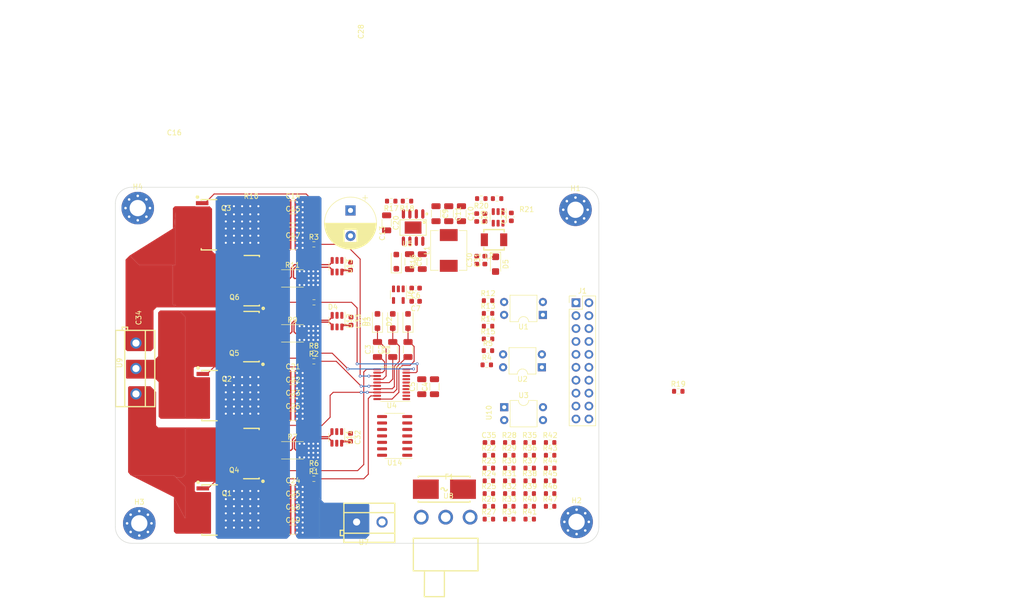
<source format=kicad_pcb>
(kicad_pcb (version 20221018) (generator pcbnew)
  (layers (0 "F.Cu" signal) (31 "B.Cu" signal) (34 "B.Paste" user) (35 "F.Paste" user) (36 "B.SilkS" user "B.Silkscreen") (37 "F.SilkS" user "F.Silkscreen") (38 "B.Mask" user) (39 "F.Mask" user) (44 "Edge.Cuts" user))
  (net 0 "")
  (net 1 "UA")
  (net 2 "Net-(D1-K)")
  (net 3 "UB")
  (net 4 "Net-(D2-K)")
  (net 5 "UC")
  (net 6 "Net-(D3-K)")
  (net 7 "GNDPWR")
  (net 8 "+12V")
  (net 9 "GND")
  (net 10 "+5V")
  (net 11 "+3.3V")
  (net 12 "Net-(U5-VB)")
  (net 13 "/电源/SW1")
  (net 14 "VDC")
  (net 15 "/电源/SW2")
  (net 16 "Net-(U10-BST)")
  (net 17 "/电源/VIN")
  (net 18 "/电源/FUSE")
  (net 19 "/三相桥及驱动/PWM_IN1")
  (net 20 "/接口/UA_OUT")
  (net 21 "/三相桥及驱动/PWM_IN2")
  (net 22 "/接口/UB_OUT")
  (net 23 "/三相桥及驱动/PWM_IN3")
  (net 24 "/接口/UC_OUT")
  (net 25 "/接口/IA_OUT")
  (net 26 "/接口/IB_OUT")
  (net 27 "/接口/IC_OUT")
  (net 28 "Net-(Q1-G)")
  (net 29 "Net-(Q2-G)")
  (net 30 "Net-(Q3-G)")
  (net 31 "Net-(Q4-G)")
  (net 32 "/三相桥及驱动/IA")
  (net 33 "Net-(Q5-G)")
  (net 34 "/三相桥及驱动/IB")
  (net 35 "Net-(Q6-G)")
  (net 36 "/三相桥及驱动/IC")
  (net 37 "/三相桥及驱动/HO1")
  (net 38 "/三相桥及驱动/HO2")
  (net 39 "/三相桥及驱动/HO3")
  (net 40 "Net-(R4-Pad1)")
  (net 41 "/三相桥及驱动/PWM_OUT1")
  (net 42 "/三相桥及驱动/LO1")
  (net 43 "/三相桥及驱动/LO2")
  (net 44 "/三相桥及驱动/LO3")
  (net 45 "Net-(R12-Pad1)")
  (net 46 "/三相桥及驱动/PWM_OUT2")
  (net 47 "Net-(R14-Pad1)")
  (net 48 "/三相桥及驱动/PWM_OUT3")
  (net 49 "/电源/IS")
  (net 50 "/电源/FB1")
  (net 51 "/电源/FB2")
  (net 52 "Net-(U14A-+)")
  (net 53 "Net-(R24-Pad2)")
  (net 54 "Net-(R25-Pad2)")
  (net 55 "Net-(R26-Pad2)")
  (net 56 "Net-(R27-Pad2)")
  (net 57 "Net-(U14C-+)")
  (net 58 "Net-(R29-Pad2)")
  (net 59 "Net-(U14D-+)")
  (net 60 "Net-(R31-Pad2)")
  (net 61 "Net-(U14B-+)")
  (net 62 "Net-(R33-Pad2)")
  (net 63 "Net-(R34-Pad2)")
  (net 64 "Net-(R35-Pad2)")
  (net 65 "/电流电压采样/1.65V REF")
  (footprint "Resistor_SMD:R_0603_1608Metric" (layer "F.Cu") (at 187.11 124)
    (fp_text reference "R38")
    (fp_text value "1k")
  )
  (footprint "Capacitor_SMD:C_0603_1608Metric" (layer "F.Cu") (at 176.7 72.225 -90)
    (fp_text reference "C29")
    (fp_text value "0.1u")
  )
  (footprint "Resistor_SMD:R_0603_1608Metric" (layer "F.Cu") (at 191.12 121.49)
    (fp_text reference "R44")
    (fp_text value "1k")
  )
  (footprint "Resistor_SMD:R_0603_1608Metric" (layer "F.Cu") (at 163 69 180)
    (fp_text reference "R18")
    (fp_text value "1k")
  )
  (footprint "Resistor_SMD:R_0603_1608Metric" (layer "F.Cu") (at 178.925 91.08)
    (fp_text reference "R13")
    (fp_text value "1k")
  )
  (footprint "Resistor_SMD:R_0603_1608Metric" (layer "F.Cu") (at 187.11 129.02)
    (fp_text reference "R40")
    (fp_text value "1k")
  )
  (footprint "Capacitor_SMD:C_1206_3216Metric" (layer "F.Cu") (at 163.2 98.175 90)
    (fp_text reference "C1")
    (fp_text value "1uF 50V")
  )
  (footprint "Package_DIP:DIP-4_W7.62mm" (layer "F.Cu") (at 189.5 101.675 180)
    (fp_text reference "U2")
    (fp_text value "PC817")
  )
  (footprint "Resistor_SMD:R_0603_1608Metric" (layer "F.Cu") (at 187.11 131.53)
    (fp_text reference "R41")
    (fp_text value "1k")
  )
  (footprint "Package_TO_SOT_SMD:PG-HSOF-8-1_L10.4-W9.9-P1.2-LS11.7-TL" (layer "F.Cu") (at 126.375 73.6)
    (fp_text reference "Q3")
    (fp_text value "NCEP023N10LL")
  )
  (footprint "Diode_SMD:D_SOD-123F" (layer "F.Cu") (at 163.2 92.575 90)
    (fp_text reference "D1")
    (fp_text value "FR107")
  )
  (footprint "Resistor_SMD:R_0603_1608Metric" (layer "F.Cu") (at 178.925 93.59)
    (fp_text reference "R14")
    (fp_text value "1k")
  )
  (footprint "Resistor_SMD:R_0603_1608Metric" (layer "F.Cu") (at 159.9 69 180)
    (fp_text reference "R17")
    (fp_text value "3k")
  )
  (footprint "MountingHole:MountingHole_3.2mm_M3_Pad_Via" (layer "F.Cu") (at 196.102944 70.702944)
    (fp_text reference "H1")
    (fp_text value "MountingHole_Pad")
  )
  (footprint "Diode_SMD:D_SOD-123F" (layer "F.Cu") (at 160.9 80.9 90)
    (fp_text reference "D4")
    (fp_text value "FR107")
  )
  (footprint "Resistor_SMD:R_0603_1608Metric" (layer "F.Cu") (at 179.09 129.02)
    (fp_text reference "R26")
    (fp_text value "3k")
  )
  (footprint "Package_DIP:DIP-4_W7.62mm" (layer "F.Cu") (at 189.7 91.375 180)
    (fp_text reference "U1")
    (fp_text value "PC817")
  )
  (footprint "Package_TO_SOT_SMD:SOT-23-6" (layer "F.Cu") (at 149.25 81.8 -90)
    (fp_text reference "U13")
    (fp_text value "INA181")
  )
  (footprint "Resistor_SMD:R_0603_1608Metric" (layer "F.Cu") (at 144.7 100.5)
    (fp_text reference "R2")
    (fp_text value "10")
  )
  (footprint "Resistor_SMD:R_0603_1608Metric" (layer "F.Cu") (at 144.7 98.9)
    (fp_text reference "R8")
    (fp_text value "10")
  )
  (footprint "Resistor_SMD:R_0603_1608Metric" (layer "F.Cu") (at 187.11 116.47)
    (fp_text reference "R35")
    (fp_text value "3k")
  )
  (footprint "Capacitor_SMD:C_0603_1608Metric" (layer "F.Cu") (at 151.9 115.4625 -90)
    (fp_text reference "C32")
    (fp_text value "0.1u")
  )
  (footprint "Resistor_SMD:R_0603_1608Metric" (layer "F.Cu") (at 179.09 126.51)
    (fp_text reference "R25")
    (fp_text value "3k")
  )
  (footprint "Resistor_SMD:R_0603_1608Metric" (layer "F.Cu") (at 187.11 118.98)
    (fp_text reference "R36")
    (fp_text value "1k")
  )
  (footprint "Resistor_SMD:R_2512_6332Metric" (layer "F.Cu") (at 140.5 84.2)
    (fp_text reference "R11")
    (fp_text value "0.01")
  )
  (footprint "Package_TO_SOT_SMD:PG-HSOF-8-1_L10.4-W9.9-P1.2-LS11.7-TL" (layer "F.Cu") (at 130.15 118.6885 180)
    (fp_text reference "Q4")
    (fp_text value "NCEP023N10LL")
  )
  (footprint "Resistor_SMD:R_0603_1608Metric" (layer "F.Cu") (at 178.925 96.1)
    (fp_text reference "R15")
    (fp_text value "1k")
  )
  (footprint "Capacitor_SMD:C_0603_1608Metric" (layer "F.Cu") (at 164.7 88.7 180)
    (fp_text reference "C7")
    (fp_text value "1u")
  )
  (footprint "Package_TO_SOT_SMD:SOT-23-6" (layer "F.Cu") (at 149.25 92.6 -90)
    (fp_text reference "U12")
    (fp_text value "INA181")
  )
  (footprint "Capacitor_SMD:C_0603_1608Metric" (layer "F.Cu") (at 152 92.6 -90)
    (fp_text reference "C33")
    (fp_text value "0.1u")
  )
  (footprint "Capacitor_SMD:C_1206_3216Metric" (layer "F.Cu") (at 140.6 75)
    (fp_text reference "C16")
    (fp_text value "C")
  )
  (footprint "Capacitor_SMD:C_1206_3216Metric" (layer "F.Cu") (at 160.2 98.175 90)
    (fp_text reference "C2")
    (fp_text value "1uF 50V")
  )
  (footprint "Connector_PinHeader_2.54mm:PinHeader_2x10_P2.54mm_Vertical" (layer "F.Cu") (at 196.2 88.98)
    (fp_text reference "J1")
    (fp_text value "Conn_02x10_Odd_Even")
  )
  (footprint "Resistor_SMD:R_0603_1608Metric" (layer "F.Cu") (at 144.725 88.9)
    (fp_text reference "R10")
    (fp_text value "10")
  )
  (footprint "Resistor_SMD:R_0603_1608Metric" (layer "F.Cu") (at 177.6 68.5 180)
    (fp_text reference "R20")
    (fp_text value "150k")
  )
  (footprint "Capacitor_SMD:C_1206_3216Metric" (layer "F.Cu") (at 140.6 111.2)
    (fp_text reference "C26")
    (fp_text value "C")
  )
  (footprint "MountingHole:MountingHole_3.2mm_M3_Pad_Via" (layer "F.Cu") (at 110.1 70.37)
    (fp_text reference "H4")
    (fp_text value "MountingHole_Pad")
  )
  (footprint "Capacitor_SMD:C_1206_3216Metric" (layer "F.Cu") (at 140.6 72.4)
    (fp_text reference "C15")
    (fp_text value "C")
  )
  (footprint "Resistor_SMD:R_0603_1608Metric" (layer "F.Cu") (at 178.9 98.4)
    (fp_text reference "R5")
    (fp_text value "1k")
  )
  (footprint "Package_TO_SOT_SMD:SOT-23-6" (layer "F.Cu") (at 180.9 72.2 -90)
    (fp_text reference "U10")
    (fp_text value "~")
  )
  (footprint "Capacitor_SMD:C_1206_3216Metric" (layer "F.Cu") (at 163.5 80.9 -90)
    (fp_text reference "C8")
    (fp_text value "0.1uF 100V")
  )
  (footprint "Capacitor_SMD:C_0603_1608Metric" (layer "F.Cu") (at 179.09 116.47)
    (fp_text reference "C35")
    (fp_text value "0.1u")
  )
  (footprint "Capacitor_SMD:C_1206_3216Metric" (layer "F.Cu") (at 140.6 106)
    (fp_text reference "C22")
    (fp_text value "C")
  )
  (footprint "Capacitor_SMD:C_1206_3216Metric" (layer "F.Cu") (at 159 73.275 -90)
    (fp_text reference "C20")
    (fp_text value "C")
  )
  (footprint "Connector:CONN-TH_P5.00_KF301-5.0-2P" (layer "F.Cu") (at 155.6 132.1 180)
    (fp_text reference "U7")
    (fp_text value "KF301-5.0-2P")
  )
  (footprint "Capacitor_SMD:C_0603_1608Metric" (layer "F.Cu") (at 164.7 86.1 180)
    (fp_text reference "C6")
    (fp_text value "1u")
  )
  (footprint "Resistor_SMD:R_0603_1608Metric" (layer "F.Cu") (at 183.1 116.47)
    (fp_text reference "R28")
    (fp_text value "1k")
  )
  (footprint "Capacitor_SMD:C_0603_1608Metric" (layer "F.Cu") (at 151.9 81.8 -90)
    (fp_text reference "C34")
    (fp_text value "0.1u")
  )
  (footprint "Resistor_SMD:R_0603_1608Metric" (layer "F.Cu") (at 179.09 118.98)
    (fp_text reference "R22")
    (fp_text value "10k")
  )
  (footprint "Resistor_SMD:R_0603_1608Metric" (layer "F.Cu") (at 191.12 124)
    (fp_text reference "R45")
    (fp_text value "1k")
  )
  (footprint "Resistor_SMD:R_0603_1608Metric" (layer "F.Cu") (at 183.1 121.49)
    (fp_text reference "R30")
    (fp_text value "1k")
  )
  (footprint "Resistor_SMD:R_0603_1608Metric" (layer "F.Cu") (at 183.1 118.98)
    (fp_text reference "R29")
    (fp_text value "3k")
  )
  (footprint "Capacitor_SMD:C_1206_3216Metric" (layer "F.Cu") (at 140.6 77.6)
    (fp_text reference "C17")
    (fp_text value "C")
  )
  (footprint "Package_SO:SOIC-14_3.9x8.7mm_P1.27mm" (layer "F.Cu") (at 160.575 115.17 180)
    (fp_text reference "U14")
    (fp_text value "LM324")
  )
  (footprint "Diode_SMD:D_SOD-123F" (layer "F.Cu") (at 157.2 92.575 90)
    (fp_text reference "D3")
    (fp_text value "FR107")
  )
  (footprint "Package_TO_SOT_SMD:PG-HSOF-8-1_L10.4-W9.9-P1.2-LS11.7-TL" (layer "F.Cu") (at 130.2 84.6885 180)
    (fp_text reference "Q6")
    (fp_text value "NCEP023N10LL")
  )
  (footprint "Capacitor_SMD:C_1206_3216Metric" (layer "F.Cu") (at 140.6 103.4)
    (fp_text reference "C21")
    (fp_text value "22u 100V *6")
  )
  (footprint "Resistor_SMD:R_0603_1608Metric" (layer "F.Cu") (at 144.7 77.5)
    (fp_text reference "R3")
    (fp_text value "10")
  )
  (footprint "Inductor_SMD:L_Chilisin_BMRB00060650" (layer "F.Cu") (at 171.2 78.7 90)
    (fp_text reference "L1")
    (fp_text value "100u")
  )
  (footprint "Resistor_SMD:R_0603_1608Metric" (layer "F.Cu") (at 183.1 131.53)
    (fp_text reference "R34")
    (fp_text value "3k")
  )
  (footprint "Resistor_SMD:R_0603_1608Metric" (layer "F.Cu") (at 144.725 122)
    (fp_text reference "R6")
    (fp_text value "10")
  )
  (footprint "Inductor_SMD:IND-SMD_L4.0-W4.0_0.47UH04209.5A" (layer "F.Cu") (at 180.1 76.6 180)
    (fp_text reference "L2")
    (fp_text value "100u")
  )
  (footprint "Resistor_SMD:R_0603_1608Metric" (layer "F.Cu") (at 191.12 126.51)
    (fp_text reference "R46")
    (fp_text value "1k")
  )
  (footprint "Resistor_SMD:R_1206_3216Metric" (layer "F.Cu") (at 166 80.9 90)
    (fp_text reference "R16")
    (fp_text value "0.15")
  )
  (footprint "Resistor_SMD:R_0603_1608Metric" (layer "F.Cu") (at 183.1 129.02)
    (fp_text reference "R33")
    (fp_text value "3k")
  )
  (footprint "Capacitor_SMD:C_1206_3216Metric" (layer "F.Cu") (at 140.6 131)
    (fp_text reference "C18")
    (fp_text value "C")
  )
  (footprint "Capacitor_SMD:C_1206_3216Metric" (layer "F.Cu") (at 168.4 105.5 90)
    (fp_text reference "C4")
    (fp_text value "0.1u")
  )
  (footprint "Capacitor_SMD:C_0603_1608Metric" (layer "F.Cu") (at 176.7 80.6 90)
    (fp_text reference "C30")
    (fp_text value "22u")
  )
  (footprint "Resistor_SMD:R_0603_1608Metric" (layer "F.Cu") (at 191.12 116.47)
    (fp_text reference "R42")
    (fp_text value "1k")
  )
  (footprint "Package_TO_SOT_SMD:SOT-23-6" (layer "F.Cu") (at 149.2 115.4625 -90)
    (fp_text reference "U11")
    (fp_text value "INA181")
  )
  (footprint "Capacitor_SMD:C_1206_3216Metric" (layer "F.Cu") (at 140.6 125.8)
    (fp_text reference "C24")
    (fp_text value "C")
  )
  (footprint "Resistor_SMD:R_0603_1608Metric" (layer "F.Cu") (at 183.1 126.51)
    (fp_text reference "R32")
    (fp_text value "1k")
  )
  (footprint "Package_SO:TSSOP-20_4.4x6.5mm_P0.65mm" (layer "F.Cu") (at 160 105 180)
    (fp_text reference "U4")
    (fp_text value "EG2133")
  )
  (footprint "MountingHole:MountingHole_3.2mm_M3_Pad_Via" (layer "F.Cu") (at 196.322944 132.072944)
    (fp_text reference "H2")
    (fp_text value "MountingHole_Pad")
  )
  (footprint "Capacitor_SMD:C_1206_3216Metric" (layer "F.Cu") (at 140.6 128.4)
    (fp_text reference "C25")
    (fp_text value "C")
  )
  (footprint "Capacitor_SMD:C_1206_3216Metric" (layer "F.Cu") (at 168.7 71.475 -90)
    (fp_text reference "C9")
    (fp_text value "22u")
  )
  (footprint "Resistor_SMD:R_0603_1608Metric" (layer "F.Cu") (at 180.7 68.5 180)
    (fp_text reference "R21")
    (fp_text value "20.5k")
  )
  (footprint "Capacitor_SMD:C_1206_3216Metric" (layer "F.Cu") (at 140.6 108.6)
    (fp_text reference "C23")
    (fp_text value "C")
  )
  (footprint "Resistor_SMD:R_2512_6332Metric" (layer "F.Cu") (at 140.5 95)
    (fp_text reference "R9")
    (fp_text value "0.01")
  )
  (footprint "Capacitor_SMD:C_0603_1608Metric" (layer "F.Cu") (at 183.5 72.1 90)
    (fp_text reference "C27")
    (fp_text value "0.1u")
  )
  (footprint "Resistor_SMD:R_0603_1608Metric" (layer "F.Cu") (at 191.12 129.02)
    (fp_text reference "R47")
    (fp_text value "1k")
  )
  (footprint "Fuse:FUSE-SMD_L9.7-W5.0" (layer "F.Cu") (at 170.3 125.651)
    (fp_text reference "F1")
    (fp_text value "Fuse")
  )
  (footprint "Package_TO_SOT_SMD:PG-HSOF-8-1_L10.4-W9.9-P1.2-LS11.7-TL" (layer "F.Cu") (at 126.5 107.1885)
    (fp_text reference "Q2")
    (fp_text value "NCEP023N10LL")
  )
  (footprint "Capacitor_THT:CP_Radial_D10.0mm_P5.00mm" (layer "F.Cu") (at 151.9 70.832323 -90)
    (fp_text reference "C13")
    (fp_text value "47u 100V")
  )
  (footprint "Diode_SMD:D_SMF" (layer "F.Cu") (at 180.4 81.4 -90)
    (fp_text reference "D5")
    (fp_text value "SMF5V0A")
  )
  (footprint "Capacitor_SMD:C_0603_1608Metric" (layer "F.Cu") (at 178.3 72.225 -90)
    (fp_text reference "C28")
    (fp_text value "22u")
  )
  (footprint "Connector:CONN-TH_3P-P5.00_KF301-5.0-3P" (layer "F.Cu") (at 109.75 101.914 90)
    (fp_text reference "U9")
    (fp_text value "KF301-5.0-3P")
  )
  (footprint "Resistor_SMD:R_0603_1608Metric" (layer "F.Cu") (at 216.3 106.4)
    (fp_text reference "R19")
    (fp_text value "0")
  )
  (footprint "Package_TO_SOT_SMD:SOT-23-5" (layer "F.Cu") (at 161.3 87.4 -90)
    (fp_text reference "U6")
    (fp_text value "LP5907MFX-3.3")
  )
  (footprint "Resistor_SMD:R_0603_1608Metric" (layer "F.Cu") (at 144.7 123.6)
    (fp_text reference "R1")
    (fp_text value "10")
  )
  (footprint "Capacitor_SMD:C_1206_3216Metric" (layer "F.Cu") (at 171.2 71.475 -90)
    (fp_text reference "C11")
    (fp_text value "22u")
  )
  (footprint "Package_TO_SOT_SMD:PG-HSOF-8-1_L10.4-W9.9-P1.2-LS11.7-TL" (layer "F.Cu") (at 126.5 129.6885)
    (fp_text reference "Q1")
    (fp_text value "NCEP023N10LL")
  )
  (footprint "Resistor_SMD:R_0603_1608Metric" (layer "F.Cu") (at 179.09 124)
    (fp_text reference "R24")
    (fp_text value "3k")
  )
  (footprint "MountingHole:MountingHole_3.2mm_M3_Pad_Via" (layer "F.Cu") (at 110.4 132.36)
    (fp_text reference "H3")
    (fp_text value "MountingHole_Pad")
  )
  (footprint "Capacitor_SMD:C_1206_3216Metric" (layer "F.Cu") (at 140.6 69.85)
    (fp_text reference "C14")
    (fp_text value "22u 100V *6")
  )
  (footprint "Capacitor_SMD:C_1206_3216Metric" (layer "F.Cu") (at 165.9 105.5 90)
    (fp_text reference "C5")
    (fp_text value "22u")
  )
  (footprint "Resistor_SMD:R_0603_1608Metric" (layer "F.Cu") (at 191.12 118.98)
    (fp_text reference "R43")
    (fp_text value "1k")
  )
  (footprint "Resistor_SMD:R_2512_6332Metric" (layer "F.Cu") (at 140.5 118)
    (fp_text reference "R7")
    (fp_text value "0.01")
  )
  (footprint "Resistor_SMD:R_0603_1608Metric" (layer "F.Cu") (at 178.925 88.57)
    (fp_text reference "R12")
    (fp_text value "1k")
  )
  (footprint "Package_TO_SOT_SMD:PG-HSOF-8-1_L10.4-W9.9-P1.2-LS11.7-TL" (layer "F.Cu") (at 130.15 95.6885 180)
    (fp_text reference "Q5")
    (fp_text value "NCEP023N10LL")
  )
  (footprint "Package_DIP:DIP-4_W7.62mm" (layer "F.Cu") (at 182.1 109.525)
    (fp_text reference "U3")
    (fp_text value "PC817")
  )
  (footprint "Package_SO:ESOP-8_L4.9-W3.9-P1.27-LS6.0-BL-EP-1" (layer "F.Cu") (at 164.2 74.2 180)
    (fp_text reference "U5")
    (fp_text value "EG1198")
  )
  (footprint "Resistor_SMD:R_0603_1608Metric" (layer "F.Cu") (at 187.11 126.51)
    (fp_text reference "R39")
    (fp_text value "1k")
  )
  (footprint "Capacitor_SMD:C_1206_3216Metric" (layer "F.Cu") (at 140.6 133.6)
    (fp_text reference "C19")
    (fp_text value "C")
  )
  (footprint "Resistor_SMD:R_0603_1608Metric" (layer "F.Cu") (at 187.11 121.49)
    (fp_text reference "R37")
    (fp_text value "1k")
  )
  (footprint "Capacitor_SMD:C_0603_1608Metric" (layer "F.Cu") (at 178.3 80.6 90)
    (fp_text reference "C31")
    (fp_text value "0.1u")
  )
  (footprint "Resistor_SMD:R_0603_1608Metric" (layer "F.Cu") (at 179.09 131.53)
    (fp_text reference "R27")
    (fp_text value "3k")
  )
  (footprint "Button_Switch_THT:SW-TH_3P-SS12D06-1" (layer "F.Cu") (at 170.6 131.151)
    (fp_text reference "U8")
    (fp_text value "SS12D06弯针")
  )
  (footprint "Resistor_SMD:R_0603_1608Metric" (layer "F.Cu") (at 178.675 101.2)
    (fp_text reference "R4")
    (fp_text value "1k")
  )
  (footprint "Resistor_SMD:R_0603_1608Metric" (layer "F.Cu") (at 179.09 121.49)
    (fp_text reference "R23")
    (fp_text value "10k")
  )
  (footprint "Capacitor_SMD:C_1206_3216Metric" (layer "F.Cu") (at 157.2 98.175 90)
    (fp_text reference "C3")
    (fp_text value "1uF 50V")
  )
  (footprint "Resistor_SMD:R_0603_1608Metric" (layer "F.Cu") (at 183.1 124)
    (fp_text reference "R31")
    (fp_text value "3k")
  )
  (footprint "Diode_SMD:D_SOD-123F" (layer "F.Cu") (at 160.2 92.575 90)
    (fp_text reference "D2")
    (fp_text value "FR107")
  )
  (footprint "Capacitor_SMD:C_1206_3216Metric" (layer "F.Cu") (at 173.7 71.475 -90)
    (fp_text reference "C10")
    (fp_text value "22u")
  )
  (gr_arc (start 200.7 133.08) (mid 199.762742 135.342742) (end 197.5 136.28) (stroke (width 0.1)) (layer "Edge.Cuts"))
  (gr_line (start 108.9 66.28) (end 197.5 66.28) (stroke (width 0.1)) (layer "Edge.Cuts"))
  (gr_line (start 197.5 136.28) (end 108.9 136.28) (stroke (width 0.1)) (layer "Edge.Cuts"))
  (gr_arc (start 197.5 66.28) (mid 199.762742 67.217258) (end 200.7 69.48) (stroke (width 0.1)) (layer "Edge.Cuts"))
  (gr_arc (start 108.9 136.28) (mid 106.637258 135.342742) (end 105.7 133.08) (stroke (width 0.1)) (layer "Edge.Cuts"))
  (gr_arc (start 105.7 69.48) (mid 106.637258 67.217258) (end 108.9 66.28) (stroke (width 0.1)) (layer "Edge.Cuts"))
  (gr_line (start 105.7 133.08) (end 105.7 69.48) (stroke (width 0.1)) (layer "Edge.Cuts"))
  (gr_line (start 200.7 69.48) (end 200.7 133.08) (stroke (width 0.1)) (layer "Edge.Cuts"))
  (segment (start 162.95 99.65) (end 161 101.6) (width 0.2) (layer "F.Cu") (net 1))
  (segment (start 163.2 99.65) (end 162.95 99.65) (width 0.2) (layer "F.Cu") (net 1))
  (segment (start 147.9 107.2) (end 148.5 106.6) (width 0.2) (layer "F.Cu") (net 1))
  (segment (start 161 106) (end 160.375 106.625) (width 0.2) (layer "F.Cu") (net 1))
  (segment (start 155.2 106.6) (end 157.1125 106.6) (width 0.2) (layer "F.Cu") (net 1))
  (segment (start 157.1125 106.6) (end 157.1375 106.625) (width 0.2) (layer "F.Cu") (net 1))
  (segment (start 146.3 113.1) (end 147.9 111.5) (width 0.2) (layer "F.Cu") (net 1))
  (segment (start 160.375 106.625) (end 157.1375 106.625) (width 0.2) (layer "F.Cu") (net 1))
  (segment (start 161 101.6) (end 161 106) (width 0.2) (layer "F.Cu") (net 1))
  (segment (start 148.5 106.6) (end 154 106.6) (width 0.2) (layer "F.Cu") (net 1))
  (segment (start 126.15 118.6885) (end 131.7385 113.1) (width 0.2) (layer "F.Cu") (net 1))
  (segment (start 147.9 111.5) (end 147.9 107.2) (width 0.2) (layer "F.Cu") (net 1))
  (segment (start 131.7385 113.1) (end 146.3 113.1) (width 0.2) (layer "F.Cu") (net 1))
  (via (at 154 106.6) (size 0.55) (drill 0.3) (layers "F.Cu" "B.Cu") (net 1))
  (via (at 155.2 106.6) (size 0.55) (drill 0.3) (layers "F.Cu" "B.Cu") (net 1))
  (segment (start 154 106.6) (end 155.2 106.6) (width 0.2) (layer "B.Cu") (net 1))
  (segment (start 164.4 100.5) (end 163.6 101.3) (width 0.2) (layer "F.Cu") (net 2))
  (segment (start 163.2 96.7) (end 163.5 96.7) (width 0.2) (layer "F.Cu") (net 2))
  (segment (start 161.4 106.6) (end 160.075 107.925) (width 0.2) (layer "F.Cu") (net 2))
  (segment (start 162.1 101.3) (end 161.4 102) (width 0.2) (layer "F.Cu") (net 2))
  (segment (start 161.4 102) (end 161.4 106.6) (width 0.2) (layer "F.Cu") (net 2))
  (segment (start 163.6 101.3) (end 162.1 101.3) (width 0.2) (layer "F.Cu") (net 2))
  (segment (start 160.075 107.925) (end 157.1375 107.925) (width 0.2) (layer "F.Cu") (net 2))
  (segment (start 164.4 97.6) (end 164.4 100.5) (width 0.2) (layer "F.Cu") (net 2))
  (segment (start 163.2 93.975) (end 163.2 96.7) (width 0.2) (layer "F.Cu") (net 2))
  (segment (start 163.5 96.7) (end 164.4 97.6) (width 0.2) (layer "F.Cu") (net 2))
  (segment (start 159.5 104.7) (end 157.1625 104.7) (width 0.2) (layer "F.Cu") (net 3))
  (segment (start 157.1625 104.7) (end 157.1375 104.675) (width 0.2) (layer "F.Cu") (net 3))
  (segment (start 160.2 104) (end 159.5 104.7) (width 0.2) (layer "F.Cu") (net 3))
  (segment (start 160.2 99.65) (end 160.2 104) (width 0.2) (layer "F.Cu") (net 3))
  (segment (start 161.5 100.5) (end 160.52 101.48) (width 0.2) (layer "F.Cu") (net 4))
  (segment (start 160.2 96.7) (end 160.7 96.7) (width 0.2) (layer "F.Cu") (net 4))
  (segment (start 157.2125 105.9) (end 157.1375 105.975) (width 0.2) (layer "F.Cu") (net 4))
  (segment (start 160.7 96.7) (end 161.5 97.5) (width 0.2) (layer "F.Cu") (net 4))
  (segment (start 161.5 97.5) (end 161.5 100.5) (width 0.2) (layer "F.Cu") (net 4))
  (segment (start 160.52 101.48) (end 160.52 105.48) (width 0.2) (layer "F.Cu") (net 4))
  (segment (start 160.52 105.48) (end 160.1 105.9) (width 0.2) (layer "F.Cu") (net 4))
  (segment (start 160.1 105.9) (end 157.2125 105.9) (width 0.2) (layer "F.Cu") (net 4))
  (segment (start 160.2 93.975) (end 160.2 96.7) (width 0.2) (layer "F.Cu") (net 4))
  (segment (start 158.58 102.32) (end 158.175 102.725) (width 0.2) (layer "F.Cu") (net 5))
  (segment (start 158.58 100.58) (end 158.58 102.32) (width 0.2) (layer "F.Cu") (net 5))
  (segment (start 158.175 102.725) (end 157.1375 102.725) (width 0.2) (layer "F.Cu") (net 5))
  (segment (start 157.65 99.65) (end 158.58 100.58) (width 0.2) (layer "F.Cu") (net 5))
  (segment (start 157.2 99.65) (end 157.65 99.65) (width 0.2) (layer "F.Cu") (net 5))
  (segment (start 157.6 96.7) (end 158.9 98) (width 0.2) (layer "F.Cu") (net 6))
  (segment (start 158.9 98) (end 158.9 103.4) (width 0.2) (layer "F.Cu") (net 6))
  (segment (start 158.275 104.025) (end 157.1375 104.025) (width 0.2) (layer "F.Cu") (net 6))
  (segment (start 157.2 93.975) (end 157.2 96.7) (width 0.2) (layer "F.Cu") (net 6))
  (segment (start 158.9 103.4) (end 158.275 104.025) (width 0.2) (layer "F.Cu") (net 6))
  (segment (start 157.2 96.7) (end 157.6 96.7) (width 0.2) (layer "F.Cu") (net 6))
  (segment (start 148.3 82.5) (end 147.8 82) (width 0.25) (layer "F.Cu") (net 7))
  (segment (start 141.1 95) (end 143.4625 95) (width 0.25) (layer "F.Cu") (net 7))
  (segment (start 141.1 92.8) (end 140.8 93.1) (width 0.25) (layer "F.Cu") (net 7))
  (segment (start 140.9 117.7) (end 141.2 118) (width 0.25) (layer "F.Cu") (net 7))
  (segment (start 147.8 82) (end 141.1 82) (width 0.25) (layer "F.Cu") (net 7))
  (segment (start 141.1 82) (end 140.7 82.4) (width 0.25) (layer "F.Cu") (net 7))
  (segment (start 148.3 82.6) (end 148.3 82.5) (width 0.25) (layer "F.Cu") (net 7))
  (segment (start 148.3 93.6) (end 148.3 93.4) (width 0.25) (layer "F.Cu") (net 7))
  (segment (start 140.9 84.2) (end 143.4625 84.2) (width 0.25) (layer "F.Cu") (net 7))
  (segment (start 147.7 92.8) (end 141.1 92.8) (width 0.25) (layer "F.Cu") (net 7))
  (segment (start 147.7 115.7) (end 141.4 115.7) (width 0.25) (layer "F.Cu") (net 7))
  (segment (start 141.4 115.7) (end 140.9 116.2) (width 0.25) (layer "F.Cu") (net 7))
  (segment (start 140.8 94.7) (end 141.1 95) (width 0.25) (layer "F.Cu") (net 7))
  (segment (start 141.2 118) (end 143.4625 118) (width 0.25) (layer "F.Cu") (net 7))
  (segment (start 148.25 116.25) (end 147.7 115.7) (width 0.25) (layer "F.Cu") (net 7))
  (segment (start 148.25 116.6) (end 148.25 116.25) (width 0.25) (layer "F.Cu") (net 7))
  (segment (start 140.8 93.1) (end 140.8 94.7) (width 0.25) (layer "F.Cu") (net 7))
  (segment (start 140.7 82.4) (end 140.7 84) (width 0.25) (layer "F.Cu") (net 7))
  (segment (start 148.3 93.4) (end 147.7 92.8) (width 0.25) (layer "F.Cu") (net 7))
  (segment (start 140.7 84) (end 140.9 84.2) (width 0.25) (layer "F.Cu") (net 7))
  (segment (start 140.9 116.2) (end 140.9 117.7) (width 0.25) (layer "F.Cu") (net 7))
  (via (at 142.5 125.2) (size 0.8) (drill 0.4) (layers "F.Cu" "B.Cu") (net 7))
  (via (at 142.5 111.8) (size 0.8) (drill 0.4) (layers "F.Cu" "B.Cu") (net 7))
  (via (at 144.6 116.7) (size 0.8) (drill 0.4) (layers "F.Cu" "B.Cu") (net 7))
  (via (at 141.4 128.2) (size 0.8) (drill 0.4) (layers "F.Cu" "B.Cu") (net 7))
  (via (at 143.7 116.7) (size 0.8) (drill 0.4) (layers "F.Cu" "B.Cu") (net 7))
  (via (at 141.4 105.8) (size 0.8) (drill 0.4) (layers "F.Cu" "B.Cu") (net 7))
  (via (at 141.4 109.8) (size 0.8) (drill 0.4) (layers "F.Cu" "B.Cu") (net 7))
  (via (at 142.8 85.5) (size 0.8) (drill 0.4) (layers "F.Cu" "B.Cu") (net 7))
  (via (at 141.4 108.8) (size 0.8) (drill 0.4) (layers "F.Cu" "B.Cu") (net 7))
  (via (at 141.4 69.2) (size 0.8) (drill 0.4) (layers "F.Cu" "B.Cu") (net 7))
  (via (at 142.8 96.3) (size 0.8) (drill 0.4) (layers "F.Cu" "B.Cu") (net 7))
  (via (at 143.7 84.6) (size 0.8) (drill 0.4) (layers "F.Cu" "B.Cu") (net 7))
  (via (at 142.5 75.2) (size 0.8) (drill 0.4) (layers "F.Cu" "B.Cu") (net 7))
  (via (at 142.5 108.8) (size 0.8) (drill 0.4) (layers "F.Cu" "B.Cu") (net 7))
  (via (at 142.5 77.2) (size 0.8) (drill 0.4) (layers "F.Cu" "B.Cu") (net 7))
  (via (at 141.4 78.2) (size 0.8) (drill 0.4) (layers "F.Cu" "B.Cu") (net 7))
  (via (at 142.5 128.2) (size 0.8) (drill 0.4) (layers "F.Cu" "B.Cu") (net 7))
  (via (at 144.6 119.4) (size 0.8) (drill 0.4) (layers "F.Cu" "B.Cu") (net 7))
  (via (at 144.6 118.5) (size 0.8) (drill 0.4) (layers "F.Cu" "B.Cu") (net 7))
  (via (at 143.7 119.4) (size 0.8) (drill 0.4) (layers "F.Cu" "B.Cu") (net 7))
  (via (at 142.5 74.2) (size 0.8) (drill 0.4) (layers "F.Cu" "B.Cu") (net 7))
  (via (at 142.5 109.8) (size 0.8) (drill 0.4) (layers "F.Cu" "B.Cu") (net 7))
  (via (at 142.5 76.2) (size 0.8) (drill 0.4) (layers "F.Cu" "B.Cu") (net 7))
  (via (at 141.4 107.8) (size 0.8) (drill 0.4) (layers "F.Cu" "B.Cu") (net 7))
  (via (at 142.5 131.2) (size 0.8) (drill 0.4) (layers "F.Cu" "B.Cu") (net 7))
  (via (at 141.4 130.2) (size 0.8) (drill 0.4) (layers "F.Cu" "B.Cu") (net 7))
  (via (at 145.5 93.6) (size 0.8) (drill 0.4) (layers "F.Cu" "B.Cu") (net 7))
  (via (at 144.6 83.7) (size 0.8) (drill 0.4) (layers "F.Cu" "B.Cu") (net 7))
  (via (at 144.6 95.4) (size 0.8) (drill 0.4) (layers "F.Cu" "B.Cu") (net 7))
  (via (at 141.4 72.2) (size 0.8) (drill 0.4) (layers "F.Cu" "B.Cu") (net 7))
  (via (at 141.4 103.8) (size 0.8) (drill 0.4) (layers "F.Cu" "B.Cu") (net 7))
  (via (at 145.5 118.5) (size 0.8) (drill 0.4) (layers "F.Cu" "B.Cu") (net 7))
  (via (at 141.4 133.2) (size 0.8) (drill 0.4) (layers "F.Cu" "B.Cu") (net 7))
  (via (at 145.5 84.6) (size 0.8) (drill 0.4) (layers "F.Cu" "B.Cu") (net 7))
  (via (at 145.5 119.4) (size 0.8) (drill 0.4) (layers "F.Cu" "B.Cu") (net 7))
  (via (at 144.6 85.5) (size 0.8) (drill 0.4) (layers "F.Cu" "B.Cu") (net 7))
  (via (at 144.6 94.5) (size 0.8) (drill 0.4) (layers "F.Cu" "B.Cu") (net 7))
  (via (at 142.5 69.2) (size 0.8) (drill 0.4) (layers "F.Cu" "B.Cu") (net 7))
  (via (at 141.4 73.2) (size 0.8) (drill 0.4) (layers "F.Cu" "B.Cu") (net 7))
  (via (at 143.7 94.5) (size 0.8) (drill 0.4) (layers "F.Cu" "B.Cu") (net 7))
  (via (at 141.4 75.2) (size 0.8) (drill 0.4) (layers "F.Cu" "B.Cu") (net 7))
  (via (at 142.8 119.4) (size 0.8) (drill 0.4) (layers "F.Cu" "B.Cu") (net 7))
  (via (at 142.8 82.8) (size 0.8) (drill 0.4) (layers "F.Cu" "B.Cu") (net 7))
  (via (at 145.5 85.5) (size 0.8) (drill 0.4) (layers "F.Cu" "B.Cu") (net 7))
  (via (at 141.4 132.2) (size 0.8) (drill 0.4) (layers "F.Cu" "B.Cu") (net 7))
  (via (at 142.5 78.2) (size 0.8) (drill 0.4) (layers "F.Cu" "B.Cu") (net 7))
  (via (at 142.5 105.8) (size 0.8) (drill 0.4) (layers "F.Cu" "B.Cu") (net 7))
  (via (at 141.9 85.5) (size 0.8) (drill 0.4) (layers "F.Cu" "B.Cu") (net 7))
  (via (at 141.4 106.8) (size 0.8) (drill 0.4) (layers "F.Cu" "B.Cu") (net 7))
  (via (at 142.5 104.8) (size 0.8) (drill 0.4) (layers "F.Cu" "B.Cu") (net 7))
  (via (at 142.5 71.2) (size 0.8) (drill 0.4) (layers "F.Cu" "B.Cu") (net 7))
  (via (at 141.4 104.8) (size 0.8) (drill 0.4) (layers "F.Cu" "B.Cu") (net 7))
  (via (at 142.8 93.6) (size 0.8) (drill 0.4) (layers "F.Cu" "B.Cu") (net 7))
  (via (at 141.9 93.6) (size 0.8) (drill 0.4) (layers "F.Cu" "B.Cu") (net 7))
  (via (at 143.7 82.8) (size 0.8) (drill 0.4) (layers "F.Cu" "B.Cu") (net 7))
  (via (at 142.8 116.7) (size 0.8) (drill 0.4) (layers "F.Cu" "B.Cu") (net 7))
  (via (at 142.5 133.2) (size 0.8) (drill 0.4) (layers "F.Cu" "B.Cu") (net 7))
  (via (at 142.5 126.2) (size 0.8) (drill 0.4) (layers "F.Cu" "B.Cu") (net 7))
  (via (at 144.6 93.6) (size 0.8) (drill 0.4) (layers "F.Cu" "B.Cu") (net 7))
  (via (at 142.5 70.2) (size 0.8) (drill 0.4) (layers "F.Cu" "B.Cu") (net 7))
  (via (at 141.9 119.4) (size 0.8) (drill 0.4) (layers "F.Cu" "B.Cu") (net 7))
  (via (at 143.7 117.6) (size 0.8) (drill 0.4) (layers "F.Cu" "B.Cu") (net 7))
  (via (at 142.5 110.8) (size 0.8) (drill 0.4) (layers "F.Cu" "B.Cu") (net 7))
  (via (at 141.4 76.2) (size 0.8) (drill 0.4) (layers "F.Cu" "B.Cu") (net 7))
  (via (at 142.5 129.2) (size 0.8) (drill 0.4) (layers "F.Cu" "B.Cu") (net 7))
  (via (at 141.4 102.8) (size 0.8) (drill 0.4) (layers "F.Cu" "B.Cu") (net 7))
  (via (at 144.6 117.6) (size 0.8) (drill 0.4) (layers "F.Cu" "B.Cu") (net 7))
  (via (at 144.6 84.6) (size 0.8) (drill 0.4) (layers "F.Cu" "B.Cu") (net 7))
  (via (at 143.7 95.4) (size 0.8) (drill 0.4) (layers "F.Cu" "B.Cu") (net 7))
  (via (at 141.4 134.2) (size 0.8) (drill 0.4) (layers "F.Cu" "B.Cu") (net 7))
  (via (at 143.7 96.3) (size 0.8) (drill 0.4) (layers "F.Cu" "B.Cu") (net 7))
  (via (at 145.5 82.8) (size 0.8) (drill 0.4) (layers "F.Cu" "B.Cu") (net 7))
  (via (at 141.4 131.2) (size 0.8) (drill 0.4) (layers "F.Cu" "B.Cu") (net 7))
  (via (at 141.4 125.2) (size 0.8) (drill 0.4) (layers "F.Cu" "B.Cu") (net 7))
  (via (at 143.7 118.5) (size 0.8) (drill 0.4) (layers "F.Cu" "B.Cu") (net 7))
  (via (at 145.5 94.5) (size 0.8) (drill 0.4) (layers "F.Cu" "B.Cu") (net 7))
  (via (at 141.9 96.3) (size 0.8) (drill 0.4) (layers "F.Cu" "B.Cu") (net 7))
  (via (at 141.4 111.8) (size 0.8) (drill 0.4) (layers "F.Cu" "B.Cu") (net 7))
  (via (at 141.4 77.2) (size 0.8) (drill 0.4) (layers "F.Cu" "B.Cu") (net 7))
  (via (at 141.4 129.2) (size 0.8) (drill 0.4) (layers "F.Cu" "B.Cu") (net 7))
  (via (at 143.7 85.5) (size 0.8) (drill 0.4) (layers "F.Cu" "B.Cu") (net 7))
  (via (at 141.4 126.2) (size 0.8) (drill 0.4) (layers "F.Cu" "B.Cu") (net 7))
  (via (at 142.5 72.2) (size 0.8) (drill 0.4) (layers "F.Cu" "B.Cu") (net 7))
  (via (at 141.4 71.2) (size 0.8) (drill 0.4) (layers "F.Cu" "B.Cu") (net 7))
  (via (at 142.5 127.2) (size 0.8) (drill 0.4) (layers "F.Cu" "B.Cu") (net 7))
  (via (at 141.4 74.2) (size 0.8) (drill 0.4) (layers "F.Cu" "B.Cu") (net 7))
  (via (at 144.6 96.3) (size 0.8) (drill 0.4) (layers "F.Cu" "B.Cu") (net 7))
  (via (at 141.4 127.2) (size 0.8) (drill 0.4) (layers "F.Cu" "B.Cu") (net 7))
  (via (at 145.5 116.7) (size 0.8) (drill 0.4) (layers "F.Cu" "B.Cu") (net 7))
  (via (at 144.6 82.8) (size 0.8) (drill 0.4) (layers "F.Cu" "B.Cu") (net 7))
  (via (at 143.7 83.7) (size 0.8) (drill 0.4) (layers "F.Cu" "B.Cu") (net 7))
  (via (at 142.5 134.2) (size 0.8) (drill 0.4) (layers "F.Cu" "B.Cu") (net 7))
  (via (at 142.5 106.8) (size 0.8) (drill 0.4) (layers "F.Cu" "B.Cu") (net 7))
  (via (at 142.5 103.8) (size 0.8) (drill 0.4) (layers "F.Cu" "B.Cu") (net 7))
  (via (at 142.5 107.8) (size 0.8) (drill 0.4) (layers "F.Cu" "B.Cu") (net 7))
  (via (at 145.5 96.3) (size 0.8) (drill 0.4) (layers "F.Cu" "B.Cu") (net 7))
  (via (at 145.5 95.4) (size 0.8) (drill 0.4) (layers "F.Cu" "B.Cu") (net 7))
  (via (at 142.5 132.2) (size 0.8) (drill 0.4) (layers "F.Cu" "B.Cu") (net 7))
  (via (at 145.5 83.7) (size 0.8) (drill 0.4) (layers "F.Cu" "B.Cu") (net 7))
  (via (at 142.5 102.8) (size 0.8) (drill 0.4) (layers "F.Cu" "B.Cu") (net 7))
  (via (at 142.5 73.2) (size 0.8) (drill 0.4) (layers "F.Cu" "B.Cu") (net 7))
  (via (at 141.4 110.8) (size 0.8) (drill 0.4) (layers "F.Cu" "B.Cu") (net 7))
  (via (at 141.9 82.8) (size 0.8) (drill 0.4) (layers "F.Cu" "B.Cu") (net 7))
  (via (at 143.7 93.6) (size 0.8) (drill 0.4) (layers "F.Cu" "B.Cu") (net 7))
  (via (at 145.5 117.6) (size 0.8) (drill 0.4) (layers "F.Cu" "B.Cu") (net 7))
  (via (at 142.5 130.2) (size 0.8) (drill 0.4) (layers "F.Cu" "B.Cu") (net 7))
  (via (at 141.4 70.2) (size 0.8) (drill 0.4) (layers "F.Cu" "B.Cu") (net 7))
  (via (at 141.9 116.7) (size 0.8) (drill 0.4) (layers "F.Cu" "B.Cu") (net 7))
  (segment (start 151.9 116.2375) (end 150.5125 116.2375) (width 0.4) (layer "F.Cu") (net 11))
  (segment (start 150.5625 93.375) (end 150.2 93.7375) (width 0.4) (layer "F.Cu") (net 11))
  (segment (start 150.5625 82.575) (end 150.2 82.9375) (width 0.4) (layer "F.Cu") (net 11))
  (segment (start 152 93.375) (end 150.5625 93.375) (width 0.4) (layer "F.Cu") (net 11))
  (segment (start 151.9 82.575) (end 150.5625 82.575) (width 0.4) (layer "F.Cu") (net 11))
  (segment (start 150.5125 116.2375) (end 150.15 116.6) (width 0.4) (layer "F.Cu") (net 11))
  (via (at 133.8 109.4) (size 0.8) (drill 0.4) (layers "F.Cu" "B.Cu") (net 14))
  (via (at 132.2 74.4) (size 0.8) (drill 0.4) (layers "F.Cu" "B.Cu") (net 14))
  (via (at 130.6 70) (size 0.8) (drill 0.4) (layers "F.Cu" "B.Cu") (net 14))
  (via (at 132.2 77.2) (size 0.8) (drill 0.4) (layers "F.Cu" "B.Cu") (net 14))
  (via (at 127.4 105.2) (size 0.8) (drill 0.4) (layers "F.Cu" "B.Cu") (net 14))
  (via (at 132.2 75.8) (size 0.8) (drill 0.4) (layers "F.Cu" "B.Cu") (net 14))
  (via (at 129 103.6) (size 0.8) (drill 0.4) (layers "F.Cu" "B.Cu") (net 14))
  (via (at 130.6 109.4) (size 0.8) (drill 0.4) (layers "F.Cu" "B.Cu") (net 14))
  (via (at 130.6 71.6) (size 0.8) (drill 0.4) (layers "F.Cu" "B.Cu") (net 14))
  (via (at 130.6 74.4) (size 0.8) (drill 0.4) (layers "F.Cu" "B.Cu") (net 14))
  (via (at 132.2 71.6) (size 0.8) (drill 0.4) (layers "F.Cu" "B.Cu") (net 14))
  (via (at 129 130.4) (size 0.8) (drill 0.4) (layers "F.Cu" "B.Cu") (net 14))
  (via (at 130.6 106.6) (size 0.8) (drill 0.4) (layers "F.Cu" "B.Cu") (net 14))
  (via (at 132.2 129) (size 0.8) (drill 0.4) (layers "F.Cu" "B.Cu") (net 14))
  (via (at 132.2 70) (size 0.8) (drill 0.4) (layers "F.Cu" "B.Cu") (net 14))
  (via (at 132.2 110.8) (size 0.8) (drill 0.4) (layers "F.Cu" "B.Cu") (net 14))
  (via (at 129 109.4) (size 0.8) (drill 0.4) (layers "F.Cu" "B.Cu") (net 14))
  (via (at 127.4 106.6) (size 0.8) (drill 0.4) (layers "F.Cu" "B.Cu") (net 14))
  (via (at 130.6 73) (size 0.8) (drill 0.4) (layers "F.Cu" "B.Cu") (net 14))
  (via (at 127.4 70) (size 0.8) (drill 0.4) (layers "F.Cu" "B.Cu") (net 14))
  (via (at 133.8 77.2) (size 0.8) (drill 0.4) (layers "F.Cu" "B.Cu") (net 14))
  (via (at 130.6 77.2) (size 0.8) (drill 0.4) (layers "F.Cu" "B.Cu") (net 14))
  (via (at 130.6 108) (size 0.8) (drill 0.4) (layers "F.Cu" "B.Cu") (net 14))
  (via (at 127.4 73) (size 0.8) (drill 0.4) (layers "F.Cu" "B.Cu") (net 14))
  (via (at 129 71.6) (size 0.8) (drill 0.4) (layers "F.Cu" "B.Cu") (net 14))
  (via (at 130.6 126) (size 0.8) (drill 0.4) (layers "F.Cu" "B.Cu") (net 14))
  (via (at 129 74.4) (size 0.8) (drill 0.4) (layers "F.Cu" "B.Cu") (net 14))
  (via (at 133.8 110.8) (size 0.8) (drill 0.4) (layers "F.Cu" "B.Cu") (net 14))
  (via (at 130.6 129) (size 0.8) (drill 0.4) (layers "F.Cu" "B.Cu") (net 14))
  (via (at 133.8 74.4) (size 0.8) (drill 0.4) (layers "F.Cu" "B.Cu") (net 14))
  (via (at 127.4 129) (size 0.8) (drill 0.4) (layers "F.Cu" "B.Cu") (net 14))
  (via (at 130.6 105.2) (size 0.8) (drill 0.4) (layers "F.Cu" "B.Cu") (net 14))
  (via (at 129 110.8) (size 0.8) (drill 0.4) (layers "F.Cu" "B.Cu") (net 14))
  (via (at 133.8 106.6) (size 0.8) (drill 0.4) (layers "F.Cu" "B.Cu") (net 14))
  (via (at 133.8 127.6) (size 0.8) (drill 0.4) (layers "F.Cu" "B.Cu") (net 14))
  (via (at 129 77.2) (size 0.8) (drill 0.4) (layers "F.Cu" "B.Cu") (net 14))
  (via (at 132.2 133.2) (size 0.8) (drill 0.4) (layers "F.Cu" "B.Cu") (net 14))
  (via (at 133.8 131.8) (size 0.8) (drill 0.4) (layers "F.Cu" "B.Cu") (net 14))
  (via (at 133.8 71.6) (size 0.8) (drill 0.4) (layers "F.Cu" "B.Cu") (net 14))
  (via (at 129 129) (size 0.8) (drill 0.4) (layers "F.Cu" "B.Cu") (net 14))
  (via (at 132.2 103.6) (size 0.8) (drill 0.4) (layers "F.Cu" "B.Cu") (net 14))
  (via (at 132.2 131.8) (size 0.8) (drill 0.4) (layers "F.Cu" "B.Cu") (net 14))
  (via (at 133.8 133.2) (size 0.8) (drill 0.4) (layers "F.Cu" "B.Cu") (net 14))
  (via (at 129 126) (size 0.8) (drill 0.4) (layers "F.Cu" "B.Cu") (net 14))
  (via (at 127.4 71.6) (size 0.8) (drill 0.4) (layers "F.Cu" "B.Cu") (net 14))
  (via (at 132.2 108) (size 0.8) (drill 0.4) (layers "F.Cu" "B.Cu") (net 14))
  (via (at 133.8 129) (size 0.8) (drill 0.4) (layers "F.Cu" "B.Cu") (net 14))
  (via (at 129 75.8) (size 0.8) (drill 0.4) (layers "F.Cu" "B.Cu") (net 14))
  (via (at 127.4 77.2) (size 0.8) (drill 0.4) (layers "F.Cu" "B.Cu") (net 14))
  (via (at 127.4 110.8) (size 0.8) (drill 0.4) (layers "F.Cu" "B.Cu") (net 14))
  (via (at 127.4 126) (size 0.8) (drill 0.4) (layers "F.Cu" "B.Cu") (net 14))
  (via (at 127.4 127.6) (size 0.8) (drill 0.4) (layers "F.Cu" "B.Cu") (net 14))
  (via (at 129 108) (size 0.8) (drill 0.4) (layers "F.Cu" "B.Cu") (net 14))
  (via (at 132.2 130.4) (size 0.8) (drill 0.4) (layers "F.Cu" "B.Cu") (net 14))
  (via (at 133.8 75.8) (size 0.8) (drill 0.4) (layers "F.Cu" "B.Cu") (net 14))
  (via (at 130.6 131.8) (size 0.8) (drill 0.4) (layers "F.Cu" "B.Cu") (net 14))
  (via (at 127.4 133.2) (size 0.8) (drill 0.4) (layers "F.Cu" "B.Cu") (net 14))
  (via (at 130.6 130.4) (size 0.8) (drill 0.4) (layers "F.Cu" "B.Cu") (net 14))
  (via (at 129 106.6) (size 0.8) (drill 0.4) (layers "F.Cu" "B.Cu") (net 14))
  (via (at 129 133.2) (size 0.8) (drill 0.4) (layers "F.Cu" "B.Cu") (net 14))
  (via (at 133.8 130.4) (size 0.8) (drill 0.4) (layers "F.Cu" "B.Cu") (net 14))
  (via (at 127.4 108) (size 0.8) (drill 0.4) (layers "F.Cu" "B.Cu") (net 14))
  (via (at 127.4 75.8) (size 0.8) (drill 0.4) (layers "F.Cu" "B.Cu") (net 14))
  (via (at 132.2 109.4) (size 0.8) (drill 0.4) (layers "F.Cu" "B.Cu") (net 14))
  (via (at 130.6 133.2) (size 0.8) (drill 0.4) (layers "F.Cu" "B.Cu") (net 14))
  (via (at 129 105.2) (size 0.8) (drill 0.4) (layers "F.Cu" "B.Cu") (net 14))
  (via (at 132.2 126) (size 0.8) (drill 0.4) (layers "F.Cu" "B.Cu") (net 14))
  (via (at 133.8 108) (size 0.8) (drill 0.4) (layers "F.Cu" "B.Cu") (net 14))
  (via (at 133.8 126) (size 0.8) (drill 0.4) (layers "F.Cu" "B.Cu") (net 14))
  (via (at 132.2 73) (size 0.8) (drill 0.4) (layers "F.Cu" "B.Cu") (net 14))
  (via (at 132.2 106.6) (size 0.8) (drill 0.4) (layers "F.Cu" "B.Cu") (net 14))
  (via (at 130.6 103.6) (size 0.8) (drill 0.4) (layers "F.Cu" "B.Cu") (net 14))
  (via (at 130.6 127.6) (size 0.8) (drill 0.4) (layers "F.Cu" "B.Cu") (net 14))
  (via (at 129 127.6) (size 0.8) (drill 0.4) (layers "F.Cu" "B.Cu") (net 14))
  (via (at 130.6 110.8) (size 0.8) (drill 0.4) (layers "F.Cu" "B.Cu") (net 14))
  (via (at 127.4 130.4) (size 0.8) (drill 0.4) (layers "F.Cu" "B.Cu") (net 14))
  (via (at 127.4 109.4) (size 0.8) (drill 0.4) (layers "F.Cu" "B.Cu") (net 14))
  (via (at 133.8 105.2) (size 0.8) (drill 0.4) (layers "F.Cu" "B.Cu") (net 14))
  (via (at 132.2 127.6) (size 0.8) (drill 0.4) (layers "F.Cu" "B.Cu") (net 14))
  (via (at 129 131.8) (size 0.8) (drill 0.4) (layers "F.Cu" "B.Cu") (net 14))
  (via (at 132.2 105.2) (size 0.8) (drill 0.4) (layers "F.Cu" "B.Cu") (net 14))
  (via (at 129 73) (size 0.8) (drill 0.4) (layers "F.Cu" "B.Cu") (net 14))
  (via (at 127.4 131.8) (size 0.8) (drill 0.4) (layers "F.Cu" "B.Cu") (net 14))
  (via (at 127.4 103.6) (size 0.8) (drill 0.4) (layers "F.Cu" "B.Cu") (net 14))
  (via (at 133.8 103.6) (size 0.8) (drill 0.4) (layers "F.Cu" "B.Cu") (net 14))
  (via (at 130.6 75.8) (size 0.8) (drill 0.4) (layers "F.Cu" "B.Cu") (net 14))
  (via (at 133.8 70) (size 0.8) (drill 0.4) (layers "F.Cu" "B.Cu") (net 14))
  (via (at 127.4 74.4) (size 0.8) (drill 0.4) (layers "F.Cu" "B.Cu") (net 14))
  (via (at 133.8 73) (size 0.8) (drill 0.4) (layers "F.Cu" "B.Cu") (net 14))
  (via (at 129 70) (size 0.8) (drill 0.4) (layers "F.Cu" "B.Cu") (net 14))
  (segment (start 132 123.6) (end 131.3 124.3) (width 0.2) (layer "F.Cu") (net 28))
  (segment (start 123.9115 125.4885) (end 122.881 125.4885) (width 0.2) (layer "F.Cu") (net 28))
  (segment (start 125.1 124.3) (end 123.9115 125.4885) (width 0.2) (layer "F.Cu") (net 28))
  (segment (start 143.875 123.6) (end 132 123.6) (width 0.2) (layer "F.Cu") (net 28))
  (segment (start 131.3 124.3) (end 125.1 124.3) (width 0.2) (layer "F.Cu") (net 28))
  (segment (start 143.875 100.5) (end 142.775 101.6) (width 0.2) (layer "F.Cu") (net 29))
  (segment (start 123.7115 102.9885) (end 122.881 102.9885) (width 0.2) (layer "F.Cu") (net 29))
  (segment (start 142.775 101.6) (end 125.1 101.6) (width 0.2) (layer "F.Cu") (net 29))
  (segment (start 125.1 101.6) (end 123.7115 102.9885) (width 0.2) (layer "F.Cu") (net 29))
  (segment (start 123.3 69.4) (end 122.756 69.4) (width 0.2) (layer "F.Cu") (net 30))
  (segment (start 125.1 67.6) (end 123.3 69.4) (width 0.2) (layer "F.Cu") (net 30))
  (segment (start 143.875 68.275) (end 143.2 67.6) (width 0.2) (layer "F.Cu") (net 30))
  (segment (start 143.2 67.6) (end 125.1 67.6) (width 0.2) (layer "F.Cu") (net 30))
  (segment (start 143.875 77.5) (end 143.875 68.275) (width 0.2) (layer "F.Cu") (net 30))
  (segment (start 136.1 122.9) (end 136.0885 122.8885) (width 0.2) (layer "F.Cu") (net 31))
  (segment (start 136.0885 122.8885) (end 133.769 122.8885) (width 0.2) (layer "F.Cu") (net 31))
  (segment (start 137 122) (end 136.1 122.9) (width 0.2) (layer "F.Cu") (net 31))
  (segment (start 143.9 122) (end 137 122) (width 0.2) (layer "F.Cu") (net 31))
  (segment (start 140.2 118) (end 137.5375 118) (width 0.25) (layer "F.Cu") (net 32))
  (segment (start 141.07 115.33) (end 140.5 115.9) (width 0.25) (layer "F.Cu") (net 32))
  (segment (start 148.25 114.75) (end 147.67 115.33) (width 0.25) (layer "F.Cu") (net 32))
  (segment (start 140.5 115.9) (end 140.5 117.7) (width 0.25) (layer "F.Cu") (net 32))
  (segment (start 140.5 117.7) (end 140.2 118) (width 0.25) (layer "F.Cu") (net 32))
  (segment (start 148.25 114.325) (end 148.25 114.75) (width 0.25) (layer "F.Cu") (net 32))
  (segment (start 147.67 115.33) (end 141.07 115.33) (width 0.25) (layer "F.Cu") (net 32))
  (segment (start 142.8865 99.8885) (end 133.769 99.8885) (width 0.2) (layer "F.Cu") (net 33))
  (segment (start 143.875 98.9) (end 142.8865 99.8885) (width 0.2) (layer "F.Cu") (net 33))
  (segment (start 140.4 92.97674) (end 140.4 94.7) (width 0.25) (layer "F.Cu") (net 34))
  (segment (start 148.3 91.325) (end 148.3 91.8) (width 0.25) (layer "F.Cu") (net 34))
  (segment (start 140.4 94.7) (end 140.1 95) (width 0.25) (layer "F.Cu") (net 34))
  (segment (start 140.1 95) (end 137.5375 95) (width 0.25) (layer "F.Cu") (net 34))
  (segment (start 147.67 92.43) (end 140.94674 92.43) (width 0.25) (layer "F.Cu") (net 34))
  (segment (start 140.94674 92.43) (end 140.4 92.97674) (width 0.25) (layer "F.Cu") (net 34))
  (segment (start 148.3 91.8) (end 147.67 92.43) (width 0.25) (layer "F.Cu") (net 34))
  (segment (start 143.9 88.9) (end 143.8885 88.8885) (width 0.2) (layer "F.Cu") (net 35))
  (segment (start 143.8885 88.8885) (end 133.819 88.8885) (width 0.2) (layer "F.Cu") (net 35))
  (segment (start 147.8 81.5) (end 140.9 81.5) (width 0.25) (layer "F.Cu") (net 36))
  (segment (start 140.3 82.1) (end 140.3 83.9) (width 0.25) (layer "F.Cu") (net 36))
  (segment (start 148.3 80.325) (end 148.3 81) (width 0.25) (layer "F.Cu") (net 36))
  (segment (start 140.9 81.5) (end 140.3 82.1) (width 0.25) (layer "F.Cu") (net 36))
  (segment (start 148.3 81) (end 147.8 81.5) (width 0.25) (layer "F.Cu") (net 36))
  (segment (start 140.3 83.9) (end 140 84.2) (width 0.25) (layer "F.Cu") (net 36))
  (segment (start 140 84.2) (end 137.5375 84.2) (width 0.25) (layer "F.Cu") (net 36))
  (segment (start 155.9 107.3) (end 155.4 107.8) (width 0.2) (layer "F.Cu") (net 37))
  (segment (start 156.572452 107.3) (end 155.9 107.3) (width 0.2) (layer "F.Cu") (net 37))
  (segment (start 155.4 107.8) (end 155.4 122.7) (width 0.2) (layer "F.Cu") (net 37))
  (segment (start 154.5 123.6) (end 145.525 123.6) (width 0.2) (layer "F.Cu") (net 37))
  (segment (start 157.1375 107.275) (end 156.597452 107.275) (width 0.2) (layer "F.Cu") (net 37))
  (segment (start 155.4 122.7) (end 154.5 123.6) (width 0.2) (layer "F.Cu") (net 37))
  (segment (start 156.597452 107.275) (end 156.572452 107.3) (width 0.2) (layer "F.Cu") (net 37))
  (segment (start 157.1375 105.325) (end 155.575 105.325) (width 0.2) (layer "F.Cu") (net 38))
  (segment (start 155.575 105.325) (end 155.5 105.4) (width 0.2) (layer "F.Cu") (net 38))
  (segment (start 154 105.4) (end 149.1 100.5) (width 0.2) (layer "F.Cu") (net 38))
  (segment (start 149.1 100.5) (end 145.525 100.5) (width 0.2) (layer "F.Cu") (net 38))
  (via (at 154 105.4) (size 0.55) (drill 0.3) (layers "F.Cu" "B.Cu") (net 38))
  (via (at 155.5 105.4) (size 0.55) (drill 0.3) (layers "F.Cu" "B.Cu") (net 38))
  (segment (start 155.5 105.4) (end 154 105.4) (width 0.2) (layer "B.Cu") (net 38))
  (segment (start 155.525 103.375) (end 155.5 103.4) (width 0.2) (layer "F.Cu") (net 39))
  (segment (start 153.8 80.4) (end 150.9 77.5) (width 0.2) (layer "F.Cu") (net 39))
  (segment (start 150.9 77.5) (end 145.525 77.5) (width 0.2) (layer "F.Cu") (net 39))
  (segment (start 157.1375 103.375) (end 155.525 103.375) (width 0.2) (layer "F.Cu") (net 39))
  (segment (start 153.8 103.4) (end 153.8 80.4) (width 0.2) (layer "F.Cu") (net 39))
  (via (at 153.8 103.4) (size 0.55) (drill 0.3) (layers "F.Cu" "B.Cu") (net 39))
  (via (at 155.5 103.4) (size 0.55) (drill 0.3) (layers "F.Cu" "B.Cu") (net 39))
  (segment (start 155.5 103.4) (end 153.8 103.4) (width 0.2) (layer "B.Cu") (net 39))
  (segment (start 155.025 102.075) (end 154.5 102.6) (width 0.2) (layer "F.Cu") (net 42))
  (segment (start 157.1375 102.075) (end 155.025 102.075) (width 0.2) (layer "F.Cu") (net 42))
  (segment (start 154.5 120.8) (end 153.3 122) (width 0.2) (layer "F.Cu") (net 42))
  (segment (start 154.5 102.6) (end 154.5 120.8) (width 0.2) (layer "F.Cu") (net 42))
  (segment (start 153.3 122) (end 145.55 122) (width 0.2) (layer "F.Cu") (net 42))
  (segment (start 164.3 102) (end 162.9375 102) (width 0.2) (layer "F.Cu") (net 43))
  (segment (start 162.9375 102) (end 162.8625 102.075) (width 0.2) (layer "F.Cu") (net 43))
  (segment (start 145.525 98.9) (end 148.3 98.9) (width 0.2) (layer "F.Cu") (net 43))
  (segment (start 148.3 98.9) (end 151.4 102) (width 0.2) (layer "F.Cu") (net 43))
  (via (at 151.4 102) (size 0.55) (drill 0.3) (layers "F.Cu" "B.Cu") (net 43))
  (via (at 164.3 102) (size 0.55) (drill 0.3) (layers "F.Cu" "B.Cu") (net 43))
  (segment (start 151.4 102) (end 164.3 102) (width 0.2) (layer "B.Cu") (net 43))
  (segment (start 164.775 102.725) (end 162.8625 102.725) (width 0.2) (layer "F.Cu") (net 44))
  (segment (start 152.1 88.9) (end 145.55 88.9) (width 0.2) (layer "F.Cu") (net 44))
  (segment (start 153.2 101) (end 153.2 90) (width 0.2) (layer "F.Cu") (net 44))
  (segment (start 165 101) (end 165 102.5) (width 0.2) (layer "F.Cu") (net 44))
  (segment (start 153.2 90) (end 152.1 88.9) (width 0.2) (layer "F.Cu") (net 44))
  (segment (start 165 102.5) (end 164.775 102.725) (width 0.2) (layer "F.Cu") (net 44))
  (via (at 165 101) (size 0.55) (drill 0.3) (layers "F.Cu" "B.Cu") (net 44))
  (via (at 153.2 101) (size 0.55) (drill 0.3) (layers "F.Cu" "B.Cu") (net 44))
  (segment (start 153.2 101) (end 165 101) (width 0.2) (layer "B.Cu") (net 44))
  (zone (net 7) (net_name "GNDPWR") (layer "F.Cu") (priority 8) (connect_pads yes (clearance 0.25)) (min_thickness 0.25) (fill yes (thermal_gap 0.5) (thermal_bridge_width 0.5))
    (polygon (pts (xy 141.1 112.3) (xy 140.9 112.1) (xy 140.9 102.4) (xy 141.1 102.2) (xy 142.8 102.2) (xy 142.9 102.3) (xy 142.9 112.2) (xy 142.8 112.3)))
  )
  (zone (net 3) (net_name "UB") (layer "F.Cu") (priority 5) (connect_pads yes (clearance 0.25)) (min_thickness 0.25) (fill yes (thermal_gap 0.5) (thermal_bridge_width 0.5))
    (polygon (pts (xy 113.4 100.2) (xy 114.1 99.5) (xy 114.1 90.9) (xy 114.5 90.5) (xy 118.2 90.5) (xy 119.4 91.7) (xy 119.4 111.8) (xy 114.6 111.8) (xy 114.2 111.4) (xy 114.2 104.6) (xy 113.5 103.9) (xy 107.9 103.9) (xy 107.8 103.8) (xy 107.8 100.3) (xy 107.9 100.2)))
  )
  (zone (net 5) (net_name "UC") (layer "F.Cu") (connect_pads yes (clearance 0.25)) (min_thickness 0.25) (fill yes (thermal_gap 0.5) (thermal_bridge_width 0.5))
    (polygon (pts (xy 117.5 89.9) (xy 117 89.4) (xy 117 70.4) (xy 117.4 70) (xy 124.2 70) (xy 124.7 70.5) (xy 124.7 78.8) (xy 125.2 79.3) (xy 131 79.3) (xy 131.5 79.8) (xy 131.5 89.5) (xy 131.1 89.9)))
  )
  (zone (net 1) (net_name "UA") (layer "F.Cu") (priority 9) (connect_pads yes (clearance 0.25)) (min_thickness 0.25) (fill yes (thermal_gap 0.5) (thermal_bridge_width 0.5))
    (polygon (pts (xy 108.683331 122.9) (xy 117.2 122.9) (xy 119.4 125.1) (xy 119.4 131.4) (xy 117.183331 127.2)))
  )
  (zone (net 7) (net_name "GNDPWR") (layer "F.Cu") (priority 2) (connect_pads yes (clearance 0.25)) (min_thickness 0.25) (fill yes (thermal_gap 0.5) (thermal_bridge_width 0.5))
    (polygon (pts (xy 141.4 96.8) (xy 141.2 96.6) (xy 141.2 95.6) (xy 141.4 95.4) (xy 142.7 95.4) (xy 142.8 95.3) (xy 142.8 94.7) (xy 142.7 94.6) (xy 141.4 94.6) (xy 141.2 94.4) (xy 141.2 93.4) (xy 141.4 93.2) (xy 146.2 93.2) (xy 146.2 96.8)))
  )
  (zone (net 14) (net_name "VDC") (layer "F.Cu") (priority 7) (connect_pads yes (clearance 0.25)) (min_thickness 0.25) (fill yes (thermal_gap 0.5) (thermal_bridge_width 0.5))
    (polygon (pts (xy 131.8 134.7) (xy 131.5 134.4) (xy 131.5 124.6) (xy 140.1 124.6) (xy 140.3 124.8) (xy 140.3 134.5) (xy 140.1 134.7) (xy 139.8 134.7)))
  )
  (zone (net 14) (net_name "VDC") (layer "F.Cu") (priority 7) (connect_pads yes (clearance 0.25)) (min_thickness 0.25) (fill yes (thermal_gap 0.5) (thermal_bridge_width 0.5))
    (polygon (pts (xy 131.8 112.3) (xy 131.5 112) (xy 131.5 102.2) (xy 140.1 102.2) (xy 140.3 102.4) (xy 140.3 112.1) (xy 140.1 112.3) (xy 139.8 112.3)))
  )
  (zone (net 5) (net_name "UC") (layer "F.Cu") (priority 10) (connect_pads yes (clearance 0.25)) (min_thickness 0.25) (fill yes (thermal_gap 0.5) (thermal_bridge_width 0.5))
    (polygon (pts (xy 108.5 79.7) (xy 117.3 74.2) (xy 117.5 71.1) (xy 117.5 81.6) (xy 110.4 81.6)))
  )
  (zone (net 1) (net_name "UA") (layer "F.Cu") (priority 2) (connect_pads yes (clearance 0.25)) (min_thickness 0.25) (fill yes (thermal_gap 0.5) (thermal_bridge_width 0.5))
    (polygon (pts (xy 124.4 134.4) (xy 117.6 134.4) (xy 117.2 134) (xy 117.2 113.8) (xy 117.5 113.5) (xy 131 113.5) (xy 131.3 113.8) (xy 131.3 123.7) (xy 130.8 124.2) (xy 121.5 124.2) (xy 121.3 124.4) (xy 121.3 126) (xy 121.5 126.2) (xy 124.4 126.2) (xy 124.5 126.3) (xy 124.5 134.3)))
  )
  (zone (net 7) (net_name "GNDPWR") (layer "F.Cu") (priority 8) (connect_pads yes (clearance 0.25)) (min_thickness 0.25) (fill yes (thermal_gap 0.5) (thermal_bridge_width 0.5))
    (polygon (pts (xy 141.1 78.7) (xy 140.9 78.5) (xy 140.9 68.8) (xy 141.1 68.6) (xy 142.8 68.6) (xy 142.9 68.7) (xy 142.9 78.6) (xy 142.8 78.7)))
  )
  (zone (net 7) (net_name "GNDPWR") (layer "F.Cu") (priority 2) (connect_pads yes (clearance 0.25)) (min_thickness 0.25) (fill yes (thermal_gap 0.5) (thermal_bridge_width 0.5))
    (polygon (pts (xy 141.4 119.8) (xy 141.2 119.6) (xy 141.2 118.6) (xy 141.4 118.4) (xy 142.7 118.4) (xy 142.8 118.3) (xy 142.8 117.7) (xy 142.7 117.6) (xy 141.4 117.6) (xy 141.2 117.4) (xy 141.2 116.4) (xy 141.4 116.2) (xy 146.2 116.2) (xy 146.2 119.8)))
  )
  (zone (net 5) (net_name "UC") (layer "F.Cu") (priority 1) (connect_pads yes (clearance 0.25)) (min_thickness 0.25) (fill yes (thermal_gap 0.5) (thermal_bridge_width 0.5))
    (polygon (pts (xy 107.7 80.5) (xy 108.5 79.7) (xy 116.8 79.7) (xy 117 79.5) (xy 117 89.4) (xy 117.6 89.4) (xy 117.6 89.9) (xy 113.8 89.9) (xy 113.2 90.5) (xy 113.2 98) (xy 112.7 98.5) (xy 108 98.5) (xy 107.7 98.2) (xy 107.7 97.6)))
  )
  (zone (net 14) (net_name "VDC") (layer "F.Cu") (priority 7) (connect_pads yes (clearance 0.25)) (min_thickness 0.25) (fill yes (thermal_gap 0.5) (thermal_bridge_width 0.5))
    (polygon (pts (xy 131.8 78.7) (xy 131.5 78.4) (xy 131.5 68.6) (xy 140.1 68.6) (xy 140.3 68.8) (xy 140.3 78.5) (xy 140.1 78.7) (xy 139.8 78.7)))
  )
  (zone (net 1) (net_name "UA") (layer "F.Cu") (priority 3) (connect_pads yes (clearance 0.25)) (min_thickness 0.25) (fill yes (thermal_gap 0.5) (thermal_bridge_width 0.5))
    (polygon (pts (xy 112.6 105.4) (xy 113.7 106.5) (xy 113.7 113.1) (xy 114.1 113.5) (xy 119.4 113.5) (xy 119.4 122.8) (xy 118.9 123.3) (xy 117.2 123.3) (xy 116.8 122.9) (xy 108.683331 122.9) (xy 108.2 122.320002) (xy 108.2 108.7) (xy 108.2 105.6) (xy 108.4 105.4)))
  )
  (zone (net 7) (net_name "GNDPWR") (layer "F.Cu") (priority 2) (connect_pads yes (clearance 0.25)) (min_thickness 0.25) (fill yes (thermal_gap 0.5) (thermal_bridge_width 0.5))
    (polygon (pts (xy 141.4 86) (xy 141.2 85.8) (xy 141.2 84.8) (xy 141.4 84.6) (xy 142.7 84.6) (xy 142.8 84.5) (xy 142.8 83.9) (xy 142.7 83.8) (xy 141.4 83.8) (xy 141.2 83.6) (xy 141.2 82.6) (xy 141.4 82.4) (xy 146.2 82.4) (xy 146.2 86)))
  )
  (zone (net 7) (net_name "GNDPWR") (layer "F.Cu") (priority 8) (connect_pads yes (clearance 0.25)) (min_thickness 0.25) (fill yes (thermal_gap 0.5) (thermal_bridge_width 0.5))
    (polygon (pts (xy 141.1 134.7) (xy 140.9 134.5) (xy 140.9 124.8) (xy 141.1 124.6) (xy 142.8 124.6) (xy 142.9 124.7) (xy 142.9 134.6) (xy 142.8 134.7)))
  )
  (zone (net 3) (net_name "UB") (layer "F.Cu") (priority 2) (connect_pads yes (clearance 0.25)) (min_thickness 0.25) (fill yes (thermal_gap 0.5) (thermal_bridge_width 0.5))
    (polygon (pts (xy 124.2 111.8) (xy 117.4 111.8) (xy 117 111.4) (xy 117 90.9) (xy 117.4 90.5) (xy 130.8 90.5) (xy 131.1 90.8) (xy 131.1 101.1) (xy 130.6 101.6) (xy 121.3 101.6) (xy 121.1 101.8) (xy 121.1 103.4) (xy 121.3 103.6) (xy 124.2 103.6) (xy 124.3 103.7) (xy 124.3 111.7)))
  )
  (zone (net 7) (net_name "GNDPWR") (layer "B.Cu") (priority 6) (connect_pads yes (clearance 0.25)) (min_thickness 0.25) (fill yes (thermal_gap 0.5) (thermal_bridge_width 0.5))
    (polygon (pts (xy 145.8 135.4) (xy 154.9 135.4) (xy 155.6 134.7) (xy 155.6 128.7) (xy 155.2 128.3) (xy 146.7 128.3) (xy 146.1 127.7) (xy 146.1 127.2) (xy 145.8 127.5)))
  )
  (zone (net 7) (net_name "GNDPWR") (layer "B.Cu") (priority 4) (connect_pads yes (clearance 0.25)) (min_thickness 0.25) (fill yes (thermal_gap 0.5) (thermal_bridge_width 0.5))
    (polygon (pts (xy 141.8 68) (xy 145.8 68) (xy 146.2 68.4) (xy 146.2 135) (xy 145.8 135.4) (xy 141.6 135.4) (xy 141.2 135) (xy 141.2 68.6)))
  )
  (zone (net 14) (net_name "VDC") (layer "B.Cu") (priority 4) (connect_pads yes (clearance 0.25)) (min_thickness 0.25) (fill yes (thermal_gap 0.5) (thermal_bridge_width 0.5))
    (polygon (pts (xy 125.8 135.4) (xy 125.4 135) (xy 125.4 68.4) (xy 125.8 68) (xy 139.6 68) (xy 140 68.4) (xy 140 134.8) (xy 139.4 135.4)))
  )
)
</source>
